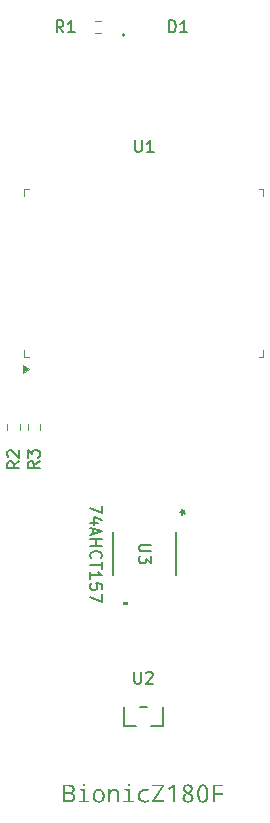
<source format=gbr>
G04 #@! TF.GenerationSoftware,KiCad,Pcbnew,9.0.6-9.0.6~ubuntu25.10.1*
G04 #@! TF.CreationDate,2025-12-22T11:30:28+09:00*
G04 #@! TF.ProjectId,bionic-z180f,62696f6e-6963-42d7-9a31-3830662e6b69,2*
G04 #@! TF.SameCoordinates,Original*
G04 #@! TF.FileFunction,Legend,Top*
G04 #@! TF.FilePolarity,Positive*
%FSLAX46Y46*%
G04 Gerber Fmt 4.6, Leading zero omitted, Abs format (unit mm)*
G04 Created by KiCad (PCBNEW 9.0.6-9.0.6~ubuntu25.10.1) date 2025-12-22 11:30:28*
%MOMM*%
%LPD*%
G01*
G04 APERTURE LIST*
%ADD10C,0.150000*%
%ADD11C,0.120000*%
%ADD12C,0.152400*%
%ADD13C,0.000000*%
G04 APERTURE END LIST*
D10*
G36*
X107511372Y-135676957D02*
G01*
X107623784Y-135695966D01*
X107709176Y-135724097D01*
X107772959Y-135759448D01*
X107826624Y-135808979D01*
X107865690Y-135871540D01*
X107890553Y-135949979D01*
X107899538Y-136048509D01*
X107890191Y-136132661D01*
X107863332Y-136204404D01*
X107819030Y-136266496D01*
X107760559Y-136315933D01*
X107688969Y-136351161D01*
X107601318Y-136371917D01*
X107601318Y-136382175D01*
X107713579Y-136410284D01*
X107798032Y-136450758D01*
X107860365Y-136502106D01*
X107904417Y-136564717D01*
X107931762Y-136640817D01*
X107941487Y-136734160D01*
X107932632Y-136834321D01*
X107907490Y-136919279D01*
X107867061Y-136991916D01*
X107810786Y-137054270D01*
X107742688Y-137103334D01*
X107662328Y-137139492D01*
X107567350Y-137162373D01*
X107454772Y-137170500D01*
X106914751Y-137170500D01*
X106914751Y-137007559D01*
X107106360Y-137007559D01*
X107420975Y-137007559D01*
X107527040Y-136998123D01*
X107605611Y-136972830D01*
X107663203Y-136934364D01*
X107704184Y-136882684D01*
X107730147Y-136815043D01*
X107739620Y-136726466D01*
X107730320Y-136646542D01*
X107704539Y-136584595D01*
X107663079Y-136536312D01*
X107603556Y-136499629D01*
X107520816Y-136475119D01*
X107407603Y-136465889D01*
X107106360Y-136465889D01*
X107106360Y-137007559D01*
X106914751Y-137007559D01*
X106914751Y-136302949D01*
X107106360Y-136302949D01*
X107397436Y-136302949D01*
X107503179Y-136295385D01*
X107578352Y-136275652D01*
X107630535Y-136246895D01*
X107669507Y-136204117D01*
X107694505Y-136144221D01*
X107703808Y-136061240D01*
X107694100Y-135983708D01*
X107667658Y-135927028D01*
X107625406Y-135885843D01*
X107570166Y-135858816D01*
X107490034Y-135840044D01*
X107376920Y-135832812D01*
X107106360Y-135832812D01*
X107106360Y-136302949D01*
X106914751Y-136302949D01*
X106914751Y-135669871D01*
X107365654Y-135669871D01*
X107511372Y-135676957D01*
G37*
G36*
X108683924Y-135581944D02*
G01*
X108732617Y-135589664D01*
X108764753Y-135610434D01*
X108784881Y-135644856D01*
X108792551Y-135698631D01*
X108783787Y-135752334D01*
X108760219Y-135787291D01*
X108725093Y-135809110D01*
X108683924Y-135816417D01*
X108634780Y-135808625D01*
X108602347Y-135787660D01*
X108582032Y-135752914D01*
X108574290Y-135698631D01*
X108581999Y-135644950D01*
X108602262Y-135610522D01*
X108634689Y-135589697D01*
X108683924Y-135581944D01*
G37*
G36*
X108589585Y-136191574D02*
G01*
X108313988Y-136170233D01*
X108313988Y-136045028D01*
X108776156Y-136045028D01*
X108776156Y-137023954D01*
X109136842Y-137044470D01*
X109136842Y-137170500D01*
X108237143Y-137170500D01*
X108237143Y-137044470D01*
X108589585Y-137023954D01*
X108589585Y-136191574D01*
G37*
G36*
X110034020Y-136037777D02*
G01*
X110129591Y-136067647D01*
X110214708Y-136116695D01*
X110291164Y-136186353D01*
X110351745Y-136269333D01*
X110396010Y-136365595D01*
X110423788Y-136477641D01*
X110433588Y-136608680D01*
X110423767Y-136744302D01*
X110396125Y-136858635D01*
X110352448Y-136955297D01*
X110293179Y-137037143D01*
X110217937Y-137105204D01*
X110132087Y-137153664D01*
X110033523Y-137183517D01*
X109919213Y-137193947D01*
X109811648Y-137183632D01*
X109716644Y-137153756D01*
X109631629Y-137104580D01*
X109554864Y-137034578D01*
X109494167Y-136951290D01*
X109449752Y-136854379D01*
X109421840Y-136741273D01*
X109411981Y-136608680D01*
X109604597Y-136608680D01*
X109613231Y-136738761D01*
X109636420Y-136837817D01*
X109671139Y-136912285D01*
X109715969Y-136967293D01*
X109771281Y-137006274D01*
X109839187Y-137030571D01*
X109923243Y-137039250D01*
X110006967Y-137030585D01*
X110074629Y-137006323D01*
X110129766Y-136967383D01*
X110174476Y-136912403D01*
X110209118Y-136837937D01*
X110232262Y-136738845D01*
X110240881Y-136608680D01*
X110232269Y-136480148D01*
X110209120Y-136382160D01*
X110174420Y-136308379D01*
X110129536Y-136253774D01*
X110074051Y-136215002D01*
X110005810Y-136190796D01*
X109921228Y-136182140D01*
X109837641Y-136190752D01*
X109770135Y-136214855D01*
X109715173Y-136253508D01*
X109670648Y-136308029D01*
X109636180Y-136381803D01*
X109613165Y-136479897D01*
X109604597Y-136608680D01*
X109411981Y-136608680D01*
X109421699Y-136473982D01*
X109449045Y-136360445D01*
X109492242Y-136264476D01*
X109550834Y-136183239D01*
X109625299Y-136115805D01*
X109710912Y-136067643D01*
X109809875Y-136037874D01*
X109925349Y-136027443D01*
X110034020Y-136037777D01*
G37*
G36*
X111461790Y-137170500D02*
G01*
X111461790Y-136447846D01*
X111453754Y-136360143D01*
X111432142Y-136294869D01*
X111399088Y-136246713D01*
X111354364Y-136212199D01*
X111295435Y-136190198D01*
X111217883Y-136182140D01*
X111134018Y-136190532D01*
X111066579Y-136213944D01*
X111011988Y-136251290D01*
X110968041Y-136303628D01*
X110934210Y-136374009D01*
X110911713Y-136467116D01*
X110903359Y-136588896D01*
X110903359Y-137170500D01*
X110716879Y-137170500D01*
X110716879Y-136045028D01*
X110867547Y-136045028D01*
X110895207Y-136199543D01*
X110905465Y-136199543D01*
X110952242Y-136138377D01*
X111008399Y-136091230D01*
X111075154Y-136056826D01*
X111154626Y-136035147D01*
X111249665Y-136027443D01*
X111361829Y-136036951D01*
X111449950Y-136063033D01*
X111519072Y-136103486D01*
X111572778Y-136158227D01*
X111612797Y-136229294D01*
X111638765Y-136320575D01*
X111648269Y-136437405D01*
X111648269Y-137170500D01*
X111461790Y-137170500D01*
G37*
G36*
X112460407Y-135581944D02*
G01*
X112509100Y-135589664D01*
X112541235Y-135610434D01*
X112561364Y-135644856D01*
X112569034Y-135698631D01*
X112560270Y-135752334D01*
X112536702Y-135787291D01*
X112501576Y-135809110D01*
X112460407Y-135816417D01*
X112411263Y-135808625D01*
X112378830Y-135787660D01*
X112358515Y-135752914D01*
X112350772Y-135698631D01*
X112358482Y-135644950D01*
X112378745Y-135610522D01*
X112411172Y-135589697D01*
X112460407Y-135581944D01*
G37*
G36*
X112366068Y-136191574D02*
G01*
X112090471Y-136170233D01*
X112090471Y-136045028D01*
X112552639Y-136045028D01*
X112552639Y-137023954D01*
X112913325Y-137044470D01*
X112913325Y-137170500D01*
X112013626Y-137170500D01*
X112013626Y-137044470D01*
X112366068Y-137023954D01*
X112366068Y-136191574D01*
G37*
G36*
X114157773Y-136087893D02*
G01*
X114094208Y-136249826D01*
X113990147Y-136215363D01*
X113899262Y-136196314D01*
X113819618Y-136190383D01*
X113714632Y-136199824D01*
X113631481Y-136225870D01*
X113565541Y-136266656D01*
X113513662Y-136322524D01*
X113474548Y-136395962D01*
X113448938Y-136491295D01*
X113439515Y-136614267D01*
X113448729Y-136735439D01*
X113473754Y-136829283D01*
X113511932Y-136901479D01*
X113562494Y-136956313D01*
X113626657Y-136996281D01*
X113707453Y-137021773D01*
X113809360Y-137031006D01*
X113915542Y-137024181D01*
X114024883Y-137003300D01*
X114138264Y-136967442D01*
X114138264Y-137131390D01*
X114044665Y-137164837D01*
X113933360Y-137186282D01*
X113801117Y-137193947D01*
X113670303Y-137183556D01*
X113560995Y-137154347D01*
X113469291Y-137108077D01*
X113392255Y-137044837D01*
X113331222Y-136966413D01*
X113286005Y-136871374D01*
X113257151Y-136756309D01*
X113246808Y-136616831D01*
X113253700Y-136499118D01*
X113273107Y-136398757D01*
X113303587Y-136313178D01*
X113344364Y-136240199D01*
X113395369Y-136178110D01*
X113473900Y-136114306D01*
X113567574Y-136067538D01*
X113679431Y-136037971D01*
X113813482Y-136027443D01*
X113933931Y-136034292D01*
X114048392Y-136054512D01*
X114157773Y-136087893D01*
G37*
G36*
X115481172Y-137170500D02*
G01*
X114433920Y-137170500D01*
X114433920Y-137023954D01*
X115246516Y-135837941D01*
X114455444Y-135837941D01*
X114455444Y-135669871D01*
X115460656Y-135669871D01*
X115460656Y-135816417D01*
X114648060Y-137002430D01*
X115481172Y-137002430D01*
X115481172Y-137170500D01*
G37*
G36*
X116364934Y-137170500D02*
G01*
X116184591Y-137170500D01*
X116184591Y-136233614D01*
X116192835Y-135863129D01*
X116068820Y-135979266D01*
X115918153Y-136103647D01*
X115818777Y-135977251D01*
X116211244Y-135669871D01*
X116364934Y-135669871D01*
X116364934Y-137170500D01*
G37*
G36*
X117570132Y-135653125D02*
G01*
X117650975Y-135672151D01*
X117720860Y-135702472D01*
X117781482Y-135743877D01*
X117832393Y-135796610D01*
X117868453Y-135856979D01*
X117890611Y-135926507D01*
X117898352Y-136007476D01*
X117888169Y-136095417D01*
X117858230Y-136174362D01*
X117807649Y-136246688D01*
X117733255Y-136313735D01*
X117629898Y-136375672D01*
X117737088Y-136439854D01*
X117817627Y-136504882D01*
X117875971Y-136570733D01*
X117915587Y-136637900D01*
X117938781Y-136707396D01*
X117946529Y-136780688D01*
X117938007Y-136871709D01*
X117913544Y-136950576D01*
X117873665Y-137019679D01*
X117817385Y-137080649D01*
X117750089Y-137128832D01*
X117672203Y-137164056D01*
X117581749Y-137186156D01*
X117476209Y-137193947D01*
X117365022Y-137186359D01*
X117272388Y-137165146D01*
X117195164Y-137131932D01*
X117130819Y-137087335D01*
X117077504Y-137029906D01*
X117039189Y-136962499D01*
X117015321Y-136883123D01*
X117006896Y-136788931D01*
X117189345Y-136788931D01*
X117197698Y-136866277D01*
X117220618Y-136925440D01*
X117256872Y-136970745D01*
X117307944Y-137004545D01*
X117377770Y-137026812D01*
X117472179Y-137035128D01*
X117562751Y-137026748D01*
X117633136Y-137003783D01*
X117687784Y-136967992D01*
X117729472Y-136918550D01*
X117755068Y-136857333D01*
X117764171Y-136780780D01*
X117757024Y-136721679D01*
X117735814Y-136667667D01*
X117699599Y-136617198D01*
X117652828Y-136574050D01*
X117581998Y-136525229D01*
X117480330Y-136470011D01*
X117449556Y-136455631D01*
X117347796Y-136514258D01*
X117275525Y-136576332D01*
X117227111Y-136641888D01*
X117198857Y-136712049D01*
X117189345Y-136788931D01*
X117006896Y-136788931D01*
X117014712Y-136705151D01*
X117037516Y-136629651D01*
X117075278Y-136560678D01*
X117129197Y-136497004D01*
X117201615Y-136438032D01*
X117295866Y-136383824D01*
X117203992Y-136316254D01*
X117137114Y-136245460D01*
X117091333Y-136170978D01*
X117064233Y-136091579D01*
X117056231Y-136016269D01*
X117237431Y-136016269D01*
X117243346Y-136075670D01*
X117260342Y-136126952D01*
X117288172Y-136171790D01*
X117326079Y-136209652D01*
X117386986Y-136252108D01*
X117478315Y-136299743D01*
X117572340Y-136249346D01*
X117638410Y-136196196D01*
X117682190Y-136140408D01*
X117707512Y-136081062D01*
X117715994Y-136016269D01*
X117708193Y-135950614D01*
X117686483Y-135899428D01*
X117651422Y-135859282D01*
X117605476Y-135830370D01*
X117547485Y-135811927D01*
X117474194Y-135805243D01*
X117403652Y-135811854D01*
X117347048Y-135830229D01*
X117301453Y-135859282D01*
X117266717Y-135899385D01*
X117245177Y-135950568D01*
X117237431Y-136016269D01*
X117056231Y-136016269D01*
X117055073Y-136005370D01*
X117062935Y-135925094D01*
X117085476Y-135856052D01*
X117122269Y-135795960D01*
X117174416Y-135743327D01*
X117236370Y-135701850D01*
X117306306Y-135671715D01*
X117385654Y-135652972D01*
X117476209Y-135646424D01*
X117570132Y-135653125D01*
G37*
G36*
X118825704Y-135654805D02*
G01*
X118905947Y-135678827D01*
X118976134Y-135717859D01*
X119037935Y-135772688D01*
X119092150Y-135845452D01*
X119141161Y-135945187D01*
X119179282Y-136070514D01*
X119204424Y-136226671D01*
X119213600Y-136419636D01*
X119204921Y-136613762D01*
X119181230Y-136769394D01*
X119145527Y-136892798D01*
X119100014Y-136989505D01*
X119045960Y-137064177D01*
X118983585Y-137120409D01*
X118912022Y-137160501D01*
X118829400Y-137185267D01*
X118733021Y-137193947D01*
X118641714Y-137185610D01*
X118562466Y-137161681D01*
X118492946Y-137122731D01*
X118431534Y-137067906D01*
X118377465Y-136995011D01*
X118328714Y-136895281D01*
X118290761Y-136769791D01*
X118265711Y-136613252D01*
X118256565Y-136419636D01*
X118256585Y-136419178D01*
X118446066Y-136419178D01*
X118451733Y-136591671D01*
X118466786Y-136722834D01*
X118488640Y-136820328D01*
X118515218Y-136890964D01*
X118556378Y-136955978D01*
X118605363Y-136999822D01*
X118663287Y-137026012D01*
X118733021Y-137035128D01*
X118803757Y-137025961D01*
X118862583Y-136999630D01*
X118912381Y-136955597D01*
X118954305Y-136890414D01*
X118981534Y-136819475D01*
X119003872Y-136721905D01*
X119019236Y-136590991D01*
X119025014Y-136419178D01*
X119019248Y-136248511D01*
X119003902Y-136118229D01*
X118981567Y-136020910D01*
X118954305Y-135949957D01*
X118912381Y-135884774D01*
X118862583Y-135840741D01*
X118803757Y-135814410D01*
X118733021Y-135805243D01*
X118663256Y-135814339D01*
X118605323Y-135840463D01*
X118556351Y-135884173D01*
X118515218Y-135948949D01*
X118488640Y-136019327D01*
X118466787Y-136116484D01*
X118451733Y-136247217D01*
X118446066Y-136419178D01*
X118256585Y-136419178D01*
X118265195Y-136225507D01*
X118288750Y-136069943D01*
X118324233Y-135946664D01*
X118369440Y-135850124D01*
X118423090Y-135775646D01*
X118484947Y-135719612D01*
X118555852Y-135679696D01*
X118637654Y-135655057D01*
X118733021Y-135646424D01*
X118825704Y-135654805D01*
G37*
G36*
X119805369Y-137170500D02*
G01*
X119614768Y-137170500D01*
X119614768Y-135669871D01*
X120476457Y-135669871D01*
X120476457Y-135837941D01*
X119805369Y-135837941D01*
X119805369Y-136367429D01*
X120437531Y-136367429D01*
X120437531Y-136535499D01*
X119805369Y-136535499D01*
X119805369Y-137170500D01*
G37*
X110181180Y-112054971D02*
X110181180Y-112721637D01*
X110181180Y-112721637D02*
X109181180Y-112293066D01*
X109847847Y-113531161D02*
X109181180Y-113531161D01*
X110228800Y-113293066D02*
X109514514Y-113054971D01*
X109514514Y-113054971D02*
X109514514Y-113674018D01*
X109466895Y-114007352D02*
X109466895Y-114483542D01*
X109181180Y-113912114D02*
X110181180Y-114245447D01*
X110181180Y-114245447D02*
X109181180Y-114578780D01*
X109181180Y-114912114D02*
X110181180Y-114912114D01*
X109704990Y-114912114D02*
X109704990Y-115483542D01*
X109181180Y-115483542D02*
X110181180Y-115483542D01*
X109276419Y-116531161D02*
X109228800Y-116483542D01*
X109228800Y-116483542D02*
X109181180Y-116340685D01*
X109181180Y-116340685D02*
X109181180Y-116245447D01*
X109181180Y-116245447D02*
X109228800Y-116102590D01*
X109228800Y-116102590D02*
X109324038Y-116007352D01*
X109324038Y-116007352D02*
X109419276Y-115959733D01*
X109419276Y-115959733D02*
X109609752Y-115912114D01*
X109609752Y-115912114D02*
X109752609Y-115912114D01*
X109752609Y-115912114D02*
X109943085Y-115959733D01*
X109943085Y-115959733D02*
X110038323Y-116007352D01*
X110038323Y-116007352D02*
X110133561Y-116102590D01*
X110133561Y-116102590D02*
X110181180Y-116245447D01*
X110181180Y-116245447D02*
X110181180Y-116340685D01*
X110181180Y-116340685D02*
X110133561Y-116483542D01*
X110133561Y-116483542D02*
X110085942Y-116531161D01*
X110181180Y-116816876D02*
X110181180Y-117388304D01*
X109181180Y-117102590D02*
X110181180Y-117102590D01*
X109181180Y-118245447D02*
X109181180Y-117674019D01*
X109181180Y-117959733D02*
X110181180Y-117959733D01*
X110181180Y-117959733D02*
X110038323Y-117864495D01*
X110038323Y-117864495D02*
X109943085Y-117769257D01*
X109943085Y-117769257D02*
X109895466Y-117674019D01*
X110181180Y-119150209D02*
X110181180Y-118674019D01*
X110181180Y-118674019D02*
X109704990Y-118626400D01*
X109704990Y-118626400D02*
X109752609Y-118674019D01*
X109752609Y-118674019D02*
X109800228Y-118769257D01*
X109800228Y-118769257D02*
X109800228Y-119007352D01*
X109800228Y-119007352D02*
X109752609Y-119102590D01*
X109752609Y-119102590D02*
X109704990Y-119150209D01*
X109704990Y-119150209D02*
X109609752Y-119197828D01*
X109609752Y-119197828D02*
X109371657Y-119197828D01*
X109371657Y-119197828D02*
X109276419Y-119150209D01*
X109276419Y-119150209D02*
X109228800Y-119102590D01*
X109228800Y-119102590D02*
X109181180Y-119007352D01*
X109181180Y-119007352D02*
X109181180Y-118769257D01*
X109181180Y-118769257D02*
X109228800Y-118674019D01*
X109228800Y-118674019D02*
X109276419Y-118626400D01*
X110181180Y-119531162D02*
X110181180Y-120197828D01*
X110181180Y-120197828D02*
X109181180Y-119769257D01*
X104909219Y-108317466D02*
X104433028Y-108650799D01*
X104909219Y-108888894D02*
X103909219Y-108888894D01*
X103909219Y-108888894D02*
X103909219Y-108507942D01*
X103909219Y-108507942D02*
X103956838Y-108412704D01*
X103956838Y-108412704D02*
X104004457Y-108365085D01*
X104004457Y-108365085D02*
X104099695Y-108317466D01*
X104099695Y-108317466D02*
X104242552Y-108317466D01*
X104242552Y-108317466D02*
X104337790Y-108365085D01*
X104337790Y-108365085D02*
X104385409Y-108412704D01*
X104385409Y-108412704D02*
X104433028Y-108507942D01*
X104433028Y-108507942D02*
X104433028Y-108888894D01*
X103909219Y-107984132D02*
X103909219Y-107365085D01*
X103909219Y-107365085D02*
X104290171Y-107698418D01*
X104290171Y-107698418D02*
X104290171Y-107555561D01*
X104290171Y-107555561D02*
X104337790Y-107460323D01*
X104337790Y-107460323D02*
X104385409Y-107412704D01*
X104385409Y-107412704D02*
X104480647Y-107365085D01*
X104480647Y-107365085D02*
X104718742Y-107365085D01*
X104718742Y-107365085D02*
X104813980Y-107412704D01*
X104813980Y-107412704D02*
X104861600Y-107460323D01*
X104861600Y-107460323D02*
X104909219Y-107555561D01*
X104909219Y-107555561D02*
X104909219Y-107841275D01*
X104909219Y-107841275D02*
X104861600Y-107936513D01*
X104861600Y-107936513D02*
X104813980Y-107984132D01*
X114336981Y-115364495D02*
X113527458Y-115364495D01*
X113527458Y-115364495D02*
X113432220Y-115412114D01*
X113432220Y-115412114D02*
X113384601Y-115459733D01*
X113384601Y-115459733D02*
X113336981Y-115554971D01*
X113336981Y-115554971D02*
X113336981Y-115745447D01*
X113336981Y-115745447D02*
X113384601Y-115840685D01*
X113384601Y-115840685D02*
X113432220Y-115888304D01*
X113432220Y-115888304D02*
X113527458Y-115935923D01*
X113527458Y-115935923D02*
X114336981Y-115935923D01*
X114336981Y-116316876D02*
X114336981Y-116935923D01*
X114336981Y-116935923D02*
X113956029Y-116602590D01*
X113956029Y-116602590D02*
X113956029Y-116745447D01*
X113956029Y-116745447D02*
X113908410Y-116840685D01*
X113908410Y-116840685D02*
X113860791Y-116888304D01*
X113860791Y-116888304D02*
X113765553Y-116935923D01*
X113765553Y-116935923D02*
X113527458Y-116935923D01*
X113527458Y-116935923D02*
X113432220Y-116888304D01*
X113432220Y-116888304D02*
X113384601Y-116840685D01*
X113384601Y-116840685D02*
X113336981Y-116745447D01*
X113336981Y-116745447D02*
X113336981Y-116459733D01*
X113336981Y-116459733D02*
X113384601Y-116364495D01*
X113384601Y-116364495D02*
X113432220Y-116316876D01*
X116787019Y-112595799D02*
X117025114Y-112595799D01*
X116929876Y-112833894D02*
X117025114Y-112595799D01*
X117025114Y-112595799D02*
X116929876Y-112357704D01*
X117215590Y-112738656D02*
X117025114Y-112595799D01*
X117025114Y-112595799D02*
X117215590Y-112452942D01*
X115882905Y-71978819D02*
X115882905Y-70978819D01*
X115882905Y-70978819D02*
X116121000Y-70978819D01*
X116121000Y-70978819D02*
X116263857Y-71026438D01*
X116263857Y-71026438D02*
X116359095Y-71121676D01*
X116359095Y-71121676D02*
X116406714Y-71216914D01*
X116406714Y-71216914D02*
X116454333Y-71407390D01*
X116454333Y-71407390D02*
X116454333Y-71550247D01*
X116454333Y-71550247D02*
X116406714Y-71740723D01*
X116406714Y-71740723D02*
X116359095Y-71835961D01*
X116359095Y-71835961D02*
X116263857Y-71931200D01*
X116263857Y-71931200D02*
X116121000Y-71978819D01*
X116121000Y-71978819D02*
X115882905Y-71978819D01*
X117406714Y-71978819D02*
X116835286Y-71978819D01*
X117121000Y-71978819D02*
X117121000Y-70978819D01*
X117121000Y-70978819D02*
X117025762Y-71121676D01*
X117025762Y-71121676D02*
X116930524Y-71216914D01*
X116930524Y-71216914D02*
X116835286Y-71264533D01*
X112988895Y-81113419D02*
X112988895Y-81922942D01*
X112988895Y-81922942D02*
X113036514Y-82018180D01*
X113036514Y-82018180D02*
X113084133Y-82065800D01*
X113084133Y-82065800D02*
X113179371Y-82113419D01*
X113179371Y-82113419D02*
X113369847Y-82113419D01*
X113369847Y-82113419D02*
X113465085Y-82065800D01*
X113465085Y-82065800D02*
X113512704Y-82018180D01*
X113512704Y-82018180D02*
X113560323Y-81922942D01*
X113560323Y-81922942D02*
X113560323Y-81113419D01*
X114560323Y-82113419D02*
X113988895Y-82113419D01*
X114274609Y-82113419D02*
X114274609Y-81113419D01*
X114274609Y-81113419D02*
X114179371Y-81256276D01*
X114179371Y-81256276D02*
X114084133Y-81351514D01*
X114084133Y-81351514D02*
X113988895Y-81399133D01*
X103182019Y-108317466D02*
X102705828Y-108650799D01*
X103182019Y-108888894D02*
X102182019Y-108888894D01*
X102182019Y-108888894D02*
X102182019Y-108507942D01*
X102182019Y-108507942D02*
X102229638Y-108412704D01*
X102229638Y-108412704D02*
X102277257Y-108365085D01*
X102277257Y-108365085D02*
X102372495Y-108317466D01*
X102372495Y-108317466D02*
X102515352Y-108317466D01*
X102515352Y-108317466D02*
X102610590Y-108365085D01*
X102610590Y-108365085D02*
X102658209Y-108412704D01*
X102658209Y-108412704D02*
X102705828Y-108507942D01*
X102705828Y-108507942D02*
X102705828Y-108888894D01*
X102277257Y-107936513D02*
X102229638Y-107888894D01*
X102229638Y-107888894D02*
X102182019Y-107793656D01*
X102182019Y-107793656D02*
X102182019Y-107555561D01*
X102182019Y-107555561D02*
X102229638Y-107460323D01*
X102229638Y-107460323D02*
X102277257Y-107412704D01*
X102277257Y-107412704D02*
X102372495Y-107365085D01*
X102372495Y-107365085D02*
X102467733Y-107365085D01*
X102467733Y-107365085D02*
X102610590Y-107412704D01*
X102610590Y-107412704D02*
X103182019Y-107984132D01*
X103182019Y-107984132D02*
X103182019Y-107365085D01*
X106929333Y-71978819D02*
X106596000Y-71502628D01*
X106357905Y-71978819D02*
X106357905Y-70978819D01*
X106357905Y-70978819D02*
X106738857Y-70978819D01*
X106738857Y-70978819D02*
X106834095Y-71026438D01*
X106834095Y-71026438D02*
X106881714Y-71074057D01*
X106881714Y-71074057D02*
X106929333Y-71169295D01*
X106929333Y-71169295D02*
X106929333Y-71312152D01*
X106929333Y-71312152D02*
X106881714Y-71407390D01*
X106881714Y-71407390D02*
X106834095Y-71455009D01*
X106834095Y-71455009D02*
X106738857Y-71502628D01*
X106738857Y-71502628D02*
X106357905Y-71502628D01*
X107881714Y-71978819D02*
X107310286Y-71978819D01*
X107596000Y-71978819D02*
X107596000Y-70978819D01*
X107596000Y-70978819D02*
X107500762Y-71121676D01*
X107500762Y-71121676D02*
X107405524Y-71216914D01*
X107405524Y-71216914D02*
X107310286Y-71264533D01*
X112938095Y-126122219D02*
X112938095Y-126931742D01*
X112938095Y-126931742D02*
X112985714Y-127026980D01*
X112985714Y-127026980D02*
X113033333Y-127074600D01*
X113033333Y-127074600D02*
X113128571Y-127122219D01*
X113128571Y-127122219D02*
X113319047Y-127122219D01*
X113319047Y-127122219D02*
X113414285Y-127074600D01*
X113414285Y-127074600D02*
X113461904Y-127026980D01*
X113461904Y-127026980D02*
X113509523Y-126931742D01*
X113509523Y-126931742D02*
X113509523Y-126122219D01*
X113938095Y-126217457D02*
X113985714Y-126169838D01*
X113985714Y-126169838D02*
X114080952Y-126122219D01*
X114080952Y-126122219D02*
X114319047Y-126122219D01*
X114319047Y-126122219D02*
X114414285Y-126169838D01*
X114414285Y-126169838D02*
X114461904Y-126217457D01*
X114461904Y-126217457D02*
X114509523Y-126312695D01*
X114509523Y-126312695D02*
X114509523Y-126407933D01*
X114509523Y-126407933D02*
X114461904Y-126550790D01*
X114461904Y-126550790D02*
X113890476Y-127122219D01*
X113890476Y-127122219D02*
X114509523Y-127122219D01*
D11*
X103931900Y-105687724D02*
X103931900Y-105178276D01*
X104976900Y-105687724D02*
X104976900Y-105178276D01*
D12*
X111112101Y-114286976D02*
X111112101Y-117965824D01*
X116471501Y-117965824D02*
X116471501Y-114286976D01*
D13*
G36*
X112357300Y-120495200D02*
G01*
X111976300Y-120495200D01*
X111976300Y-120241200D01*
X112357300Y-120241200D01*
X112357300Y-120495200D01*
G37*
D12*
X112125200Y-72209800D02*
G75*
G02*
X111972800Y-72209800I-76200J0D01*
G01*
X111972800Y-72209800D02*
G75*
G02*
X112125200Y-72209800I76200J0D01*
G01*
D11*
X103634000Y-85239000D02*
X104009000Y-85239000D01*
X103634000Y-85814000D02*
X103634000Y-85239000D01*
X103634000Y-99459000D02*
X103634000Y-98884000D01*
X104009000Y-99459000D02*
X103634000Y-99459000D01*
X123479000Y-85239000D02*
X123854000Y-85239000D01*
X123854000Y-85239000D02*
X123854000Y-85814000D01*
X123854000Y-98884000D02*
X123854000Y-99459000D01*
X123854000Y-99459000D02*
X123479000Y-99459000D01*
X104004000Y-100479000D02*
X103534000Y-100819000D01*
X103534000Y-100139000D01*
X104004000Y-100479000D01*
G36*
X104004000Y-100479000D02*
G01*
X103534000Y-100819000D01*
X103534000Y-100139000D01*
X104004000Y-100479000D01*
G37*
X102179300Y-105687724D02*
X102179300Y-105178276D01*
X103224300Y-105687724D02*
X103224300Y-105178276D01*
X110144724Y-71001500D02*
X109635276Y-71001500D01*
X110144724Y-72046500D02*
X109635276Y-72046500D01*
D12*
X112048000Y-129067000D02*
X112048000Y-130721000D01*
X112048000Y-130721000D02*
X113037060Y-130721000D01*
X113987061Y-129067000D02*
X113412939Y-129067000D01*
X114362940Y-130721000D02*
X115352000Y-130721000D01*
X115352000Y-130721000D02*
X115352000Y-129067000D01*
M02*

</source>
